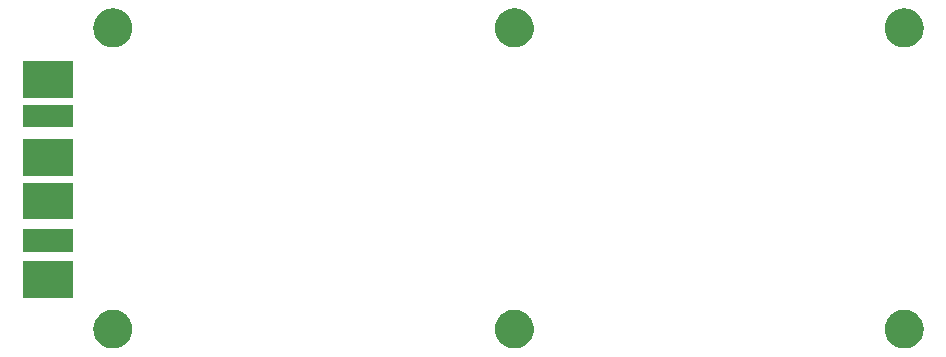
<source format=gbr>
G04 #@! TF.GenerationSoftware,KiCad,Pcbnew,8.0.4*
G04 #@! TF.CreationDate,2024-08-12T15:20:45-06:00*
G04 #@! TF.ProjectId,dual_loop_probe_fullground,6475616c-5f6c-46f6-9f70-5f70726f6265,rev?*
G04 #@! TF.SameCoordinates,Original*
G04 #@! TF.FileFunction,Soldermask,Top*
G04 #@! TF.FilePolarity,Negative*
%FSLAX46Y46*%
G04 Gerber Fmt 4.6, Leading zero omitted, Abs format (unit mm)*
G04 Created by KiCad (PCBNEW 8.0.4) date 2024-08-12 15:20:45*
%MOMM*%
%LPD*%
G01*
G04 APERTURE LIST*
G04 APERTURE END LIST*
G36*
X101063098Y-101853966D02*
G01*
X101123353Y-101853966D01*
X101189199Y-101863890D01*
X101258273Y-101869327D01*
X101313947Y-101882693D01*
X101367302Y-101890735D01*
X101437021Y-101912240D01*
X101510187Y-101929806D01*
X101557495Y-101949401D01*
X101603052Y-101963454D01*
X101674569Y-101997895D01*
X101749538Y-102028948D01*
X101788022Y-102052531D01*
X101825322Y-102070494D01*
X101896271Y-102118866D01*
X101970433Y-102164313D01*
X102000127Y-102189674D01*
X102029162Y-102209470D01*
X102096956Y-102272374D01*
X102167433Y-102332567D01*
X102188834Y-102357625D01*
X102210011Y-102377274D01*
X102271925Y-102454911D01*
X102335687Y-102529567D01*
X102349709Y-102552449D01*
X102363830Y-102570156D01*
X102417087Y-102662399D01*
X102471052Y-102750462D01*
X102478977Y-102769597D01*
X102487185Y-102783812D01*
X102529038Y-102890454D01*
X102570194Y-102989813D01*
X102573597Y-103003991D01*
X102577314Y-103013460D01*
X102605157Y-103135446D01*
X102630673Y-103241727D01*
X102631334Y-103250133D01*
X102632214Y-103253986D01*
X102643683Y-103407031D01*
X102651000Y-103500000D01*
X102643682Y-103592975D01*
X102632214Y-103746013D01*
X102631334Y-103749865D01*
X102630673Y-103758273D01*
X102605152Y-103864573D01*
X102577314Y-103986539D01*
X102573598Y-103996005D01*
X102570194Y-104010187D01*
X102529031Y-104109563D01*
X102487185Y-104216187D01*
X102478979Y-104230399D01*
X102471052Y-104249538D01*
X102417077Y-104337616D01*
X102363830Y-104429843D01*
X102349712Y-104447546D01*
X102335687Y-104470433D01*
X102271913Y-104545102D01*
X102210011Y-104622725D01*
X102188838Y-104642369D01*
X102167433Y-104667433D01*
X102096942Y-104727637D01*
X102029162Y-104790529D01*
X102000133Y-104810320D01*
X101970433Y-104835687D01*
X101896257Y-104881142D01*
X101825322Y-104929505D01*
X101788030Y-104947463D01*
X101749538Y-104971052D01*
X101674554Y-105002110D01*
X101603052Y-105036545D01*
X101557504Y-105050594D01*
X101510187Y-105070194D01*
X101437007Y-105087762D01*
X101367302Y-105109264D01*
X101313955Y-105117304D01*
X101258273Y-105130673D01*
X101189195Y-105136109D01*
X101123353Y-105146034D01*
X101063098Y-105146034D01*
X101000000Y-105151000D01*
X100936902Y-105146034D01*
X100876647Y-105146034D01*
X100810803Y-105136109D01*
X100741727Y-105130673D01*
X100686045Y-105117305D01*
X100632697Y-105109264D01*
X100562988Y-105087761D01*
X100489813Y-105070194D01*
X100442498Y-105050595D01*
X100396947Y-105036545D01*
X100325438Y-105002107D01*
X100250462Y-104971052D01*
X100211972Y-104947465D01*
X100174675Y-104929504D01*
X100103726Y-104881131D01*
X100029567Y-104835687D01*
X99999873Y-104810326D01*
X99970839Y-104790531D01*
X99903043Y-104727625D01*
X99832567Y-104667433D01*
X99811164Y-104642374D01*
X99789988Y-104622725D01*
X99728071Y-104545084D01*
X99664313Y-104470433D01*
X99650291Y-104447551D01*
X99636169Y-104429843D01*
X99582905Y-104337588D01*
X99528948Y-104249538D01*
X99521023Y-104230405D01*
X99512814Y-104216187D01*
X99470949Y-104109517D01*
X99429806Y-104010187D01*
X99426402Y-103996012D01*
X99422685Y-103986539D01*
X99394827Y-103864488D01*
X99369327Y-103758273D01*
X99368665Y-103749871D01*
X99367785Y-103746013D01*
X99356296Y-103592710D01*
X99349000Y-103500000D01*
X99356296Y-103407297D01*
X99367785Y-103253986D01*
X99368665Y-103250126D01*
X99369327Y-103241727D01*
X99394822Y-103135530D01*
X99422685Y-103013460D01*
X99426403Y-103003984D01*
X99429806Y-102989813D01*
X99470942Y-102890500D01*
X99512814Y-102783812D01*
X99521024Y-102769590D01*
X99528948Y-102750462D01*
X99582895Y-102662427D01*
X99636169Y-102570156D01*
X99650293Y-102552443D01*
X99664313Y-102529567D01*
X99728059Y-102454929D01*
X99789988Y-102377274D01*
X99811169Y-102357620D01*
X99832567Y-102332567D01*
X99903029Y-102272386D01*
X99970839Y-102209468D01*
X99999879Y-102189668D01*
X100029567Y-102164313D01*
X100103711Y-102118876D01*
X100174675Y-102070495D01*
X100211980Y-102052529D01*
X100250462Y-102028948D01*
X100325423Y-101997898D01*
X100396947Y-101963454D01*
X100442507Y-101949400D01*
X100489813Y-101929806D01*
X100562973Y-101912241D01*
X100632697Y-101890735D01*
X100686054Y-101882692D01*
X100741727Y-101869327D01*
X100810799Y-101863890D01*
X100876647Y-101853966D01*
X100936902Y-101853966D01*
X101000000Y-101849000D01*
X101063098Y-101853966D01*
G37*
G36*
X135063098Y-101853966D02*
G01*
X135123353Y-101853966D01*
X135189199Y-101863890D01*
X135258273Y-101869327D01*
X135313947Y-101882693D01*
X135367302Y-101890735D01*
X135437021Y-101912240D01*
X135510187Y-101929806D01*
X135557495Y-101949401D01*
X135603052Y-101963454D01*
X135674569Y-101997895D01*
X135749538Y-102028948D01*
X135788022Y-102052531D01*
X135825322Y-102070494D01*
X135896271Y-102118866D01*
X135970433Y-102164313D01*
X136000127Y-102189674D01*
X136029162Y-102209470D01*
X136096956Y-102272374D01*
X136167433Y-102332567D01*
X136188834Y-102357625D01*
X136210011Y-102377274D01*
X136271925Y-102454911D01*
X136335687Y-102529567D01*
X136349709Y-102552449D01*
X136363830Y-102570156D01*
X136417087Y-102662399D01*
X136471052Y-102750462D01*
X136478977Y-102769597D01*
X136487185Y-102783812D01*
X136529038Y-102890454D01*
X136570194Y-102989813D01*
X136573597Y-103003991D01*
X136577314Y-103013460D01*
X136605157Y-103135446D01*
X136630673Y-103241727D01*
X136631334Y-103250133D01*
X136632214Y-103253986D01*
X136643683Y-103407031D01*
X136651000Y-103500000D01*
X136643682Y-103592975D01*
X136632214Y-103746013D01*
X136631334Y-103749865D01*
X136630673Y-103758273D01*
X136605152Y-103864573D01*
X136577314Y-103986539D01*
X136573598Y-103996005D01*
X136570194Y-104010187D01*
X136529031Y-104109563D01*
X136487185Y-104216187D01*
X136478979Y-104230399D01*
X136471052Y-104249538D01*
X136417077Y-104337616D01*
X136363830Y-104429843D01*
X136349712Y-104447546D01*
X136335687Y-104470433D01*
X136271913Y-104545102D01*
X136210011Y-104622725D01*
X136188838Y-104642369D01*
X136167433Y-104667433D01*
X136096942Y-104727637D01*
X136029162Y-104790529D01*
X136000133Y-104810320D01*
X135970433Y-104835687D01*
X135896257Y-104881142D01*
X135825322Y-104929505D01*
X135788030Y-104947463D01*
X135749538Y-104971052D01*
X135674554Y-105002110D01*
X135603052Y-105036545D01*
X135557504Y-105050594D01*
X135510187Y-105070194D01*
X135437007Y-105087762D01*
X135367302Y-105109264D01*
X135313955Y-105117304D01*
X135258273Y-105130673D01*
X135189195Y-105136109D01*
X135123353Y-105146034D01*
X135063098Y-105146034D01*
X135000000Y-105151000D01*
X134936902Y-105146034D01*
X134876647Y-105146034D01*
X134810803Y-105136109D01*
X134741727Y-105130673D01*
X134686045Y-105117305D01*
X134632697Y-105109264D01*
X134562988Y-105087761D01*
X134489813Y-105070194D01*
X134442498Y-105050595D01*
X134396947Y-105036545D01*
X134325438Y-105002107D01*
X134250462Y-104971052D01*
X134211972Y-104947465D01*
X134174675Y-104929504D01*
X134103726Y-104881131D01*
X134029567Y-104835687D01*
X133999873Y-104810326D01*
X133970839Y-104790531D01*
X133903043Y-104727625D01*
X133832567Y-104667433D01*
X133811164Y-104642374D01*
X133789988Y-104622725D01*
X133728071Y-104545084D01*
X133664313Y-104470433D01*
X133650291Y-104447551D01*
X133636169Y-104429843D01*
X133582905Y-104337588D01*
X133528948Y-104249538D01*
X133521023Y-104230405D01*
X133512814Y-104216187D01*
X133470949Y-104109517D01*
X133429806Y-104010187D01*
X133426402Y-103996012D01*
X133422685Y-103986539D01*
X133394827Y-103864488D01*
X133369327Y-103758273D01*
X133368665Y-103749871D01*
X133367785Y-103746013D01*
X133356296Y-103592710D01*
X133349000Y-103500000D01*
X133356296Y-103407297D01*
X133367785Y-103253986D01*
X133368665Y-103250126D01*
X133369327Y-103241727D01*
X133394822Y-103135530D01*
X133422685Y-103013460D01*
X133426403Y-103003984D01*
X133429806Y-102989813D01*
X133470942Y-102890500D01*
X133512814Y-102783812D01*
X133521024Y-102769590D01*
X133528948Y-102750462D01*
X133582895Y-102662427D01*
X133636169Y-102570156D01*
X133650293Y-102552443D01*
X133664313Y-102529567D01*
X133728059Y-102454929D01*
X133789988Y-102377274D01*
X133811169Y-102357620D01*
X133832567Y-102332567D01*
X133903029Y-102272386D01*
X133970839Y-102209468D01*
X133999879Y-102189668D01*
X134029567Y-102164313D01*
X134103711Y-102118876D01*
X134174675Y-102070495D01*
X134211980Y-102052529D01*
X134250462Y-102028948D01*
X134325423Y-101997898D01*
X134396947Y-101963454D01*
X134442507Y-101949400D01*
X134489813Y-101929806D01*
X134562973Y-101912241D01*
X134632697Y-101890735D01*
X134686054Y-101882692D01*
X134741727Y-101869327D01*
X134810799Y-101863890D01*
X134876647Y-101853966D01*
X134936902Y-101853966D01*
X135000000Y-101849000D01*
X135063098Y-101853966D01*
G37*
G36*
X168063098Y-101853966D02*
G01*
X168123353Y-101853966D01*
X168189199Y-101863890D01*
X168258273Y-101869327D01*
X168313947Y-101882693D01*
X168367302Y-101890735D01*
X168437021Y-101912240D01*
X168510187Y-101929806D01*
X168557495Y-101949401D01*
X168603052Y-101963454D01*
X168674569Y-101997895D01*
X168749538Y-102028948D01*
X168788022Y-102052531D01*
X168825322Y-102070494D01*
X168896271Y-102118866D01*
X168970433Y-102164313D01*
X169000127Y-102189674D01*
X169029162Y-102209470D01*
X169096956Y-102272374D01*
X169167433Y-102332567D01*
X169188834Y-102357625D01*
X169210011Y-102377274D01*
X169271925Y-102454911D01*
X169335687Y-102529567D01*
X169349709Y-102552449D01*
X169363830Y-102570156D01*
X169417087Y-102662399D01*
X169471052Y-102750462D01*
X169478977Y-102769597D01*
X169487185Y-102783812D01*
X169529038Y-102890454D01*
X169570194Y-102989813D01*
X169573597Y-103003991D01*
X169577314Y-103013460D01*
X169605157Y-103135446D01*
X169630673Y-103241727D01*
X169631334Y-103250133D01*
X169632214Y-103253986D01*
X169643683Y-103407031D01*
X169651000Y-103500000D01*
X169643682Y-103592975D01*
X169632214Y-103746013D01*
X169631334Y-103749865D01*
X169630673Y-103758273D01*
X169605152Y-103864573D01*
X169577314Y-103986539D01*
X169573598Y-103996005D01*
X169570194Y-104010187D01*
X169529031Y-104109563D01*
X169487185Y-104216187D01*
X169478979Y-104230399D01*
X169471052Y-104249538D01*
X169417077Y-104337616D01*
X169363830Y-104429843D01*
X169349712Y-104447546D01*
X169335687Y-104470433D01*
X169271913Y-104545102D01*
X169210011Y-104622725D01*
X169188838Y-104642369D01*
X169167433Y-104667433D01*
X169096942Y-104727637D01*
X169029162Y-104790529D01*
X169000133Y-104810320D01*
X168970433Y-104835687D01*
X168896257Y-104881142D01*
X168825322Y-104929505D01*
X168788030Y-104947463D01*
X168749538Y-104971052D01*
X168674554Y-105002110D01*
X168603052Y-105036545D01*
X168557504Y-105050594D01*
X168510187Y-105070194D01*
X168437007Y-105087762D01*
X168367302Y-105109264D01*
X168313955Y-105117304D01*
X168258273Y-105130673D01*
X168189195Y-105136109D01*
X168123353Y-105146034D01*
X168063098Y-105146034D01*
X168000000Y-105151000D01*
X167936902Y-105146034D01*
X167876647Y-105146034D01*
X167810803Y-105136109D01*
X167741727Y-105130673D01*
X167686045Y-105117305D01*
X167632697Y-105109264D01*
X167562988Y-105087761D01*
X167489813Y-105070194D01*
X167442498Y-105050595D01*
X167396947Y-105036545D01*
X167325438Y-105002107D01*
X167250462Y-104971052D01*
X167211972Y-104947465D01*
X167174675Y-104929504D01*
X167103726Y-104881131D01*
X167029567Y-104835687D01*
X166999873Y-104810326D01*
X166970839Y-104790531D01*
X166903043Y-104727625D01*
X166832567Y-104667433D01*
X166811164Y-104642374D01*
X166789988Y-104622725D01*
X166728071Y-104545084D01*
X166664313Y-104470433D01*
X166650291Y-104447551D01*
X166636169Y-104429843D01*
X166582905Y-104337588D01*
X166528948Y-104249538D01*
X166521023Y-104230405D01*
X166512814Y-104216187D01*
X166470949Y-104109517D01*
X166429806Y-104010187D01*
X166426402Y-103996012D01*
X166422685Y-103986539D01*
X166394827Y-103864488D01*
X166369327Y-103758273D01*
X166368665Y-103749871D01*
X166367785Y-103746013D01*
X166356296Y-103592710D01*
X166349000Y-103500000D01*
X166356296Y-103407297D01*
X166367785Y-103253986D01*
X166368665Y-103250126D01*
X166369327Y-103241727D01*
X166394822Y-103135530D01*
X166422685Y-103013460D01*
X166426403Y-103003984D01*
X166429806Y-102989813D01*
X166470942Y-102890500D01*
X166512814Y-102783812D01*
X166521024Y-102769590D01*
X166528948Y-102750462D01*
X166582895Y-102662427D01*
X166636169Y-102570156D01*
X166650293Y-102552443D01*
X166664313Y-102529567D01*
X166728059Y-102454929D01*
X166789988Y-102377274D01*
X166811169Y-102357620D01*
X166832567Y-102332567D01*
X166903029Y-102272386D01*
X166970839Y-102209468D01*
X166999879Y-102189668D01*
X167029567Y-102164313D01*
X167103711Y-102118876D01*
X167174675Y-102070495D01*
X167211980Y-102052529D01*
X167250462Y-102028948D01*
X167325423Y-101997898D01*
X167396947Y-101963454D01*
X167442507Y-101949400D01*
X167489813Y-101929806D01*
X167562973Y-101912241D01*
X167632697Y-101890735D01*
X167686054Y-101882692D01*
X167741727Y-101869327D01*
X167810799Y-101863890D01*
X167876647Y-101853966D01*
X167936902Y-101853966D01*
X168000000Y-101849000D01*
X168063098Y-101853966D01*
G37*
G36*
X97614517Y-97777882D02*
G01*
X97631062Y-97788938D01*
X97642118Y-97805483D01*
X97646000Y-97825000D01*
X97646000Y-100825000D01*
X97642118Y-100844517D01*
X97631062Y-100861062D01*
X97614517Y-100872118D01*
X97595000Y-100876000D01*
X93405000Y-100876000D01*
X93385483Y-100872118D01*
X93368938Y-100861062D01*
X93357882Y-100844517D01*
X93354000Y-100825000D01*
X93354000Y-97825000D01*
X93357882Y-97805483D01*
X93368938Y-97788938D01*
X93385483Y-97777882D01*
X93405000Y-97774000D01*
X97595000Y-97774000D01*
X97614517Y-97777882D01*
G37*
G36*
X97614517Y-95062882D02*
G01*
X97631062Y-95073938D01*
X97642118Y-95090483D01*
X97646000Y-95110000D01*
X97646000Y-96890000D01*
X97642118Y-96909517D01*
X97631062Y-96926062D01*
X97614517Y-96937118D01*
X97595000Y-96941000D01*
X93405000Y-96941000D01*
X93385483Y-96937118D01*
X93368938Y-96926062D01*
X93357882Y-96909517D01*
X93354000Y-96890000D01*
X93354000Y-95110000D01*
X93357882Y-95090483D01*
X93368938Y-95073938D01*
X93385483Y-95062882D01*
X93405000Y-95059000D01*
X97595000Y-95059000D01*
X97614517Y-95062882D01*
G37*
G36*
X97614517Y-91127882D02*
G01*
X97631062Y-91138938D01*
X97642118Y-91155483D01*
X97646000Y-91175000D01*
X97646000Y-94175000D01*
X97642118Y-94194517D01*
X97631062Y-94211062D01*
X97614517Y-94222118D01*
X97595000Y-94226000D01*
X93405000Y-94226000D01*
X93385483Y-94222118D01*
X93368938Y-94211062D01*
X93357882Y-94194517D01*
X93354000Y-94175000D01*
X93354000Y-91175000D01*
X93357882Y-91155483D01*
X93368938Y-91138938D01*
X93385483Y-91127882D01*
X93405000Y-91124000D01*
X97595000Y-91124000D01*
X97614517Y-91127882D01*
G37*
G36*
X97614517Y-87452882D02*
G01*
X97631062Y-87463938D01*
X97642118Y-87480483D01*
X97646000Y-87500000D01*
X97646000Y-90500000D01*
X97642118Y-90519517D01*
X97631062Y-90536062D01*
X97614517Y-90547118D01*
X97595000Y-90551000D01*
X93405000Y-90551000D01*
X93385483Y-90547118D01*
X93368938Y-90536062D01*
X93357882Y-90519517D01*
X93354000Y-90500000D01*
X93354000Y-87500000D01*
X93357882Y-87480483D01*
X93368938Y-87463938D01*
X93385483Y-87452882D01*
X93405000Y-87449000D01*
X97595000Y-87449000D01*
X97614517Y-87452882D01*
G37*
G36*
X97614517Y-84537882D02*
G01*
X97631062Y-84548938D01*
X97642118Y-84565483D01*
X97646000Y-84585000D01*
X97646000Y-86365000D01*
X97642118Y-86384517D01*
X97631062Y-86401062D01*
X97614517Y-86412118D01*
X97595000Y-86416000D01*
X93405000Y-86416000D01*
X93385483Y-86412118D01*
X93368938Y-86401062D01*
X93357882Y-86384517D01*
X93354000Y-86365000D01*
X93354000Y-84585000D01*
X93357882Y-84565483D01*
X93368938Y-84548938D01*
X93385483Y-84537882D01*
X93405000Y-84534000D01*
X97595000Y-84534000D01*
X97614517Y-84537882D01*
G37*
G36*
X97614517Y-80802882D02*
G01*
X97631062Y-80813938D01*
X97642118Y-80830483D01*
X97646000Y-80850000D01*
X97646000Y-83850000D01*
X97642118Y-83869517D01*
X97631062Y-83886062D01*
X97614517Y-83897118D01*
X97595000Y-83901000D01*
X93405000Y-83901000D01*
X93385483Y-83897118D01*
X93368938Y-83886062D01*
X93357882Y-83869517D01*
X93354000Y-83850000D01*
X93354000Y-80850000D01*
X93357882Y-80830483D01*
X93368938Y-80813938D01*
X93385483Y-80802882D01*
X93405000Y-80799000D01*
X97595000Y-80799000D01*
X97614517Y-80802882D01*
G37*
G36*
X101063098Y-76353966D02*
G01*
X101123353Y-76353966D01*
X101189199Y-76363890D01*
X101258273Y-76369327D01*
X101313947Y-76382693D01*
X101367302Y-76390735D01*
X101437021Y-76412240D01*
X101510187Y-76429806D01*
X101557495Y-76449401D01*
X101603052Y-76463454D01*
X101674569Y-76497895D01*
X101749538Y-76528948D01*
X101788022Y-76552531D01*
X101825322Y-76570494D01*
X101896271Y-76618866D01*
X101970433Y-76664313D01*
X102000127Y-76689674D01*
X102029162Y-76709470D01*
X102096956Y-76772374D01*
X102167433Y-76832567D01*
X102188834Y-76857625D01*
X102210011Y-76877274D01*
X102271925Y-76954911D01*
X102335687Y-77029567D01*
X102349709Y-77052449D01*
X102363830Y-77070156D01*
X102417087Y-77162399D01*
X102471052Y-77250462D01*
X102478977Y-77269597D01*
X102487185Y-77283812D01*
X102529038Y-77390454D01*
X102570194Y-77489813D01*
X102573597Y-77503991D01*
X102577314Y-77513460D01*
X102605157Y-77635446D01*
X102630673Y-77741727D01*
X102631334Y-77750133D01*
X102632214Y-77753986D01*
X102643683Y-77907031D01*
X102651000Y-78000000D01*
X102643682Y-78092975D01*
X102632214Y-78246013D01*
X102631334Y-78249865D01*
X102630673Y-78258273D01*
X102605152Y-78364573D01*
X102577314Y-78486539D01*
X102573598Y-78496005D01*
X102570194Y-78510187D01*
X102529031Y-78609563D01*
X102487185Y-78716187D01*
X102478979Y-78730399D01*
X102471052Y-78749538D01*
X102417077Y-78837616D01*
X102363830Y-78929843D01*
X102349712Y-78947546D01*
X102335687Y-78970433D01*
X102271913Y-79045102D01*
X102210011Y-79122725D01*
X102188838Y-79142369D01*
X102167433Y-79167433D01*
X102096942Y-79227637D01*
X102029162Y-79290529D01*
X102000133Y-79310320D01*
X101970433Y-79335687D01*
X101896257Y-79381142D01*
X101825322Y-79429505D01*
X101788030Y-79447463D01*
X101749538Y-79471052D01*
X101674554Y-79502110D01*
X101603052Y-79536545D01*
X101557504Y-79550594D01*
X101510187Y-79570194D01*
X101437007Y-79587762D01*
X101367302Y-79609264D01*
X101313955Y-79617304D01*
X101258273Y-79630673D01*
X101189195Y-79636109D01*
X101123353Y-79646034D01*
X101063098Y-79646034D01*
X101000000Y-79651000D01*
X100936902Y-79646034D01*
X100876647Y-79646034D01*
X100810803Y-79636109D01*
X100741727Y-79630673D01*
X100686045Y-79617305D01*
X100632697Y-79609264D01*
X100562988Y-79587761D01*
X100489813Y-79570194D01*
X100442498Y-79550595D01*
X100396947Y-79536545D01*
X100325438Y-79502107D01*
X100250462Y-79471052D01*
X100211972Y-79447465D01*
X100174675Y-79429504D01*
X100103726Y-79381131D01*
X100029567Y-79335687D01*
X99999873Y-79310326D01*
X99970839Y-79290531D01*
X99903043Y-79227625D01*
X99832567Y-79167433D01*
X99811164Y-79142374D01*
X99789988Y-79122725D01*
X99728071Y-79045084D01*
X99664313Y-78970433D01*
X99650291Y-78947551D01*
X99636169Y-78929843D01*
X99582905Y-78837588D01*
X99528948Y-78749538D01*
X99521023Y-78730405D01*
X99512814Y-78716187D01*
X99470949Y-78609517D01*
X99429806Y-78510187D01*
X99426402Y-78496012D01*
X99422685Y-78486539D01*
X99394827Y-78364488D01*
X99369327Y-78258273D01*
X99368665Y-78249871D01*
X99367785Y-78246013D01*
X99356296Y-78092710D01*
X99349000Y-78000000D01*
X99356296Y-77907297D01*
X99367785Y-77753986D01*
X99368665Y-77750126D01*
X99369327Y-77741727D01*
X99394822Y-77635530D01*
X99422685Y-77513460D01*
X99426403Y-77503984D01*
X99429806Y-77489813D01*
X99470942Y-77390500D01*
X99512814Y-77283812D01*
X99521024Y-77269590D01*
X99528948Y-77250462D01*
X99582895Y-77162427D01*
X99636169Y-77070156D01*
X99650293Y-77052443D01*
X99664313Y-77029567D01*
X99728059Y-76954929D01*
X99789988Y-76877274D01*
X99811169Y-76857620D01*
X99832567Y-76832567D01*
X99903029Y-76772386D01*
X99970839Y-76709468D01*
X99999879Y-76689668D01*
X100029567Y-76664313D01*
X100103711Y-76618876D01*
X100174675Y-76570495D01*
X100211980Y-76552529D01*
X100250462Y-76528948D01*
X100325423Y-76497898D01*
X100396947Y-76463454D01*
X100442507Y-76449400D01*
X100489813Y-76429806D01*
X100562973Y-76412241D01*
X100632697Y-76390735D01*
X100686054Y-76382692D01*
X100741727Y-76369327D01*
X100810799Y-76363890D01*
X100876647Y-76353966D01*
X100936902Y-76353966D01*
X101000000Y-76349000D01*
X101063098Y-76353966D01*
G37*
G36*
X135063098Y-76353966D02*
G01*
X135123353Y-76353966D01*
X135189199Y-76363890D01*
X135258273Y-76369327D01*
X135313947Y-76382693D01*
X135367302Y-76390735D01*
X135437021Y-76412240D01*
X135510187Y-76429806D01*
X135557495Y-76449401D01*
X135603052Y-76463454D01*
X135674569Y-76497895D01*
X135749538Y-76528948D01*
X135788022Y-76552531D01*
X135825322Y-76570494D01*
X135896271Y-76618866D01*
X135970433Y-76664313D01*
X136000127Y-76689674D01*
X136029162Y-76709470D01*
X136096956Y-76772374D01*
X136167433Y-76832567D01*
X136188834Y-76857625D01*
X136210011Y-76877274D01*
X136271925Y-76954911D01*
X136335687Y-77029567D01*
X136349709Y-77052449D01*
X136363830Y-77070156D01*
X136417087Y-77162399D01*
X136471052Y-77250462D01*
X136478977Y-77269597D01*
X136487185Y-77283812D01*
X136529038Y-77390454D01*
X136570194Y-77489813D01*
X136573597Y-77503991D01*
X136577314Y-77513460D01*
X136605157Y-77635446D01*
X136630673Y-77741727D01*
X136631334Y-77750133D01*
X136632214Y-77753986D01*
X136643683Y-77907031D01*
X136651000Y-78000000D01*
X136643682Y-78092975D01*
X136632214Y-78246013D01*
X136631334Y-78249865D01*
X136630673Y-78258273D01*
X136605152Y-78364573D01*
X136577314Y-78486539D01*
X136573598Y-78496005D01*
X136570194Y-78510187D01*
X136529031Y-78609563D01*
X136487185Y-78716187D01*
X136478979Y-78730399D01*
X136471052Y-78749538D01*
X136417077Y-78837616D01*
X136363830Y-78929843D01*
X136349712Y-78947546D01*
X136335687Y-78970433D01*
X136271913Y-79045102D01*
X136210011Y-79122725D01*
X136188838Y-79142369D01*
X136167433Y-79167433D01*
X136096942Y-79227637D01*
X136029162Y-79290529D01*
X136000133Y-79310320D01*
X135970433Y-79335687D01*
X135896257Y-79381142D01*
X135825322Y-79429505D01*
X135788030Y-79447463D01*
X135749538Y-79471052D01*
X135674554Y-79502110D01*
X135603052Y-79536545D01*
X135557504Y-79550594D01*
X135510187Y-79570194D01*
X135437007Y-79587762D01*
X135367302Y-79609264D01*
X135313955Y-79617304D01*
X135258273Y-79630673D01*
X135189195Y-79636109D01*
X135123353Y-79646034D01*
X135063098Y-79646034D01*
X135000000Y-79651000D01*
X134936902Y-79646034D01*
X134876647Y-79646034D01*
X134810803Y-79636109D01*
X134741727Y-79630673D01*
X134686045Y-79617305D01*
X134632697Y-79609264D01*
X134562988Y-79587761D01*
X134489813Y-79570194D01*
X134442498Y-79550595D01*
X134396947Y-79536545D01*
X134325438Y-79502107D01*
X134250462Y-79471052D01*
X134211972Y-79447465D01*
X134174675Y-79429504D01*
X134103726Y-79381131D01*
X134029567Y-79335687D01*
X133999873Y-79310326D01*
X133970839Y-79290531D01*
X133903043Y-79227625D01*
X133832567Y-79167433D01*
X133811164Y-79142374D01*
X133789988Y-79122725D01*
X133728071Y-79045084D01*
X133664313Y-78970433D01*
X133650291Y-78947551D01*
X133636169Y-78929843D01*
X133582905Y-78837588D01*
X133528948Y-78749538D01*
X133521023Y-78730405D01*
X133512814Y-78716187D01*
X133470949Y-78609517D01*
X133429806Y-78510187D01*
X133426402Y-78496012D01*
X133422685Y-78486539D01*
X133394827Y-78364488D01*
X133369327Y-78258273D01*
X133368665Y-78249871D01*
X133367785Y-78246013D01*
X133356296Y-78092710D01*
X133349000Y-78000000D01*
X133356296Y-77907297D01*
X133367785Y-77753986D01*
X133368665Y-77750126D01*
X133369327Y-77741727D01*
X133394822Y-77635530D01*
X133422685Y-77513460D01*
X133426403Y-77503984D01*
X133429806Y-77489813D01*
X133470942Y-77390500D01*
X133512814Y-77283812D01*
X133521024Y-77269590D01*
X133528948Y-77250462D01*
X133582895Y-77162427D01*
X133636169Y-77070156D01*
X133650293Y-77052443D01*
X133664313Y-77029567D01*
X133728059Y-76954929D01*
X133789988Y-76877274D01*
X133811169Y-76857620D01*
X133832567Y-76832567D01*
X133903029Y-76772386D01*
X133970839Y-76709468D01*
X133999879Y-76689668D01*
X134029567Y-76664313D01*
X134103711Y-76618876D01*
X134174675Y-76570495D01*
X134211980Y-76552529D01*
X134250462Y-76528948D01*
X134325423Y-76497898D01*
X134396947Y-76463454D01*
X134442507Y-76449400D01*
X134489813Y-76429806D01*
X134562973Y-76412241D01*
X134632697Y-76390735D01*
X134686054Y-76382692D01*
X134741727Y-76369327D01*
X134810799Y-76363890D01*
X134876647Y-76353966D01*
X134936902Y-76353966D01*
X135000000Y-76349000D01*
X135063098Y-76353966D01*
G37*
G36*
X168063098Y-76353966D02*
G01*
X168123353Y-76353966D01*
X168189199Y-76363890D01*
X168258273Y-76369327D01*
X168313947Y-76382693D01*
X168367302Y-76390735D01*
X168437021Y-76412240D01*
X168510187Y-76429806D01*
X168557495Y-76449401D01*
X168603052Y-76463454D01*
X168674569Y-76497895D01*
X168749538Y-76528948D01*
X168788022Y-76552531D01*
X168825322Y-76570494D01*
X168896271Y-76618866D01*
X168970433Y-76664313D01*
X169000127Y-76689674D01*
X169029162Y-76709470D01*
X169096956Y-76772374D01*
X169167433Y-76832567D01*
X169188834Y-76857625D01*
X169210011Y-76877274D01*
X169271925Y-76954911D01*
X169335687Y-77029567D01*
X169349709Y-77052449D01*
X169363830Y-77070156D01*
X169417087Y-77162399D01*
X169471052Y-77250462D01*
X169478977Y-77269597D01*
X169487185Y-77283812D01*
X169529038Y-77390454D01*
X169570194Y-77489813D01*
X169573597Y-77503991D01*
X169577314Y-77513460D01*
X169605157Y-77635446D01*
X169630673Y-77741727D01*
X169631334Y-77750133D01*
X169632214Y-77753986D01*
X169643683Y-77907031D01*
X169651000Y-78000000D01*
X169643682Y-78092975D01*
X169632214Y-78246013D01*
X169631334Y-78249865D01*
X169630673Y-78258273D01*
X169605152Y-78364573D01*
X169577314Y-78486539D01*
X169573598Y-78496005D01*
X169570194Y-78510187D01*
X169529031Y-78609563D01*
X169487185Y-78716187D01*
X169478979Y-78730399D01*
X169471052Y-78749538D01*
X169417077Y-78837616D01*
X169363830Y-78929843D01*
X169349712Y-78947546D01*
X169335687Y-78970433D01*
X169271913Y-79045102D01*
X169210011Y-79122725D01*
X169188838Y-79142369D01*
X169167433Y-79167433D01*
X169096942Y-79227637D01*
X169029162Y-79290529D01*
X169000133Y-79310320D01*
X168970433Y-79335687D01*
X168896257Y-79381142D01*
X168825322Y-79429505D01*
X168788030Y-79447463D01*
X168749538Y-79471052D01*
X168674554Y-79502110D01*
X168603052Y-79536545D01*
X168557504Y-79550594D01*
X168510187Y-79570194D01*
X168437007Y-79587762D01*
X168367302Y-79609264D01*
X168313955Y-79617304D01*
X168258273Y-79630673D01*
X168189195Y-79636109D01*
X168123353Y-79646034D01*
X168063098Y-79646034D01*
X168000000Y-79651000D01*
X167936902Y-79646034D01*
X167876647Y-79646034D01*
X167810803Y-79636109D01*
X167741727Y-79630673D01*
X167686045Y-79617305D01*
X167632697Y-79609264D01*
X167562988Y-79587761D01*
X167489813Y-79570194D01*
X167442498Y-79550595D01*
X167396947Y-79536545D01*
X167325438Y-79502107D01*
X167250462Y-79471052D01*
X167211972Y-79447465D01*
X167174675Y-79429504D01*
X167103726Y-79381131D01*
X167029567Y-79335687D01*
X166999873Y-79310326D01*
X166970839Y-79290531D01*
X166903043Y-79227625D01*
X166832567Y-79167433D01*
X166811164Y-79142374D01*
X166789988Y-79122725D01*
X166728071Y-79045084D01*
X166664313Y-78970433D01*
X166650291Y-78947551D01*
X166636169Y-78929843D01*
X166582905Y-78837588D01*
X166528948Y-78749538D01*
X166521023Y-78730405D01*
X166512814Y-78716187D01*
X166470949Y-78609517D01*
X166429806Y-78510187D01*
X166426402Y-78496012D01*
X166422685Y-78486539D01*
X166394827Y-78364488D01*
X166369327Y-78258273D01*
X166368665Y-78249871D01*
X166367785Y-78246013D01*
X166356296Y-78092710D01*
X166349000Y-78000000D01*
X166356296Y-77907297D01*
X166367785Y-77753986D01*
X166368665Y-77750126D01*
X166369327Y-77741727D01*
X166394822Y-77635530D01*
X166422685Y-77513460D01*
X166426403Y-77503984D01*
X166429806Y-77489813D01*
X166470942Y-77390500D01*
X166512814Y-77283812D01*
X166521024Y-77269590D01*
X166528948Y-77250462D01*
X166582895Y-77162427D01*
X166636169Y-77070156D01*
X166650293Y-77052443D01*
X166664313Y-77029567D01*
X166728059Y-76954929D01*
X166789988Y-76877274D01*
X166811169Y-76857620D01*
X166832567Y-76832567D01*
X166903029Y-76772386D01*
X166970839Y-76709468D01*
X166999879Y-76689668D01*
X167029567Y-76664313D01*
X167103711Y-76618876D01*
X167174675Y-76570495D01*
X167211980Y-76552529D01*
X167250462Y-76528948D01*
X167325423Y-76497898D01*
X167396947Y-76463454D01*
X167442507Y-76449400D01*
X167489813Y-76429806D01*
X167562973Y-76412241D01*
X167632697Y-76390735D01*
X167686054Y-76382692D01*
X167741727Y-76369327D01*
X167810799Y-76363890D01*
X167876647Y-76353966D01*
X167936902Y-76353966D01*
X168000000Y-76349000D01*
X168063098Y-76353966D01*
G37*
M02*

</source>
